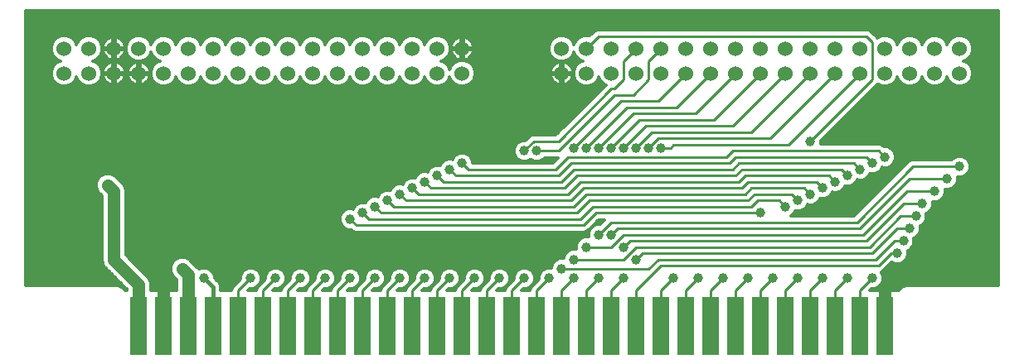
<source format=gbl>
G75*
G70*
%OFA0B0*%
%FSLAX24Y24*%
%IPPOS*%
%LPD*%
%AMOC8*
5,1,8,0,0,1.08239X$1,22.5*
%
%ADD10C,0.0600*%
%ADD11R,0.0650X0.2350*%
%ADD12C,0.0100*%
%ADD13C,0.0396*%
%ADD14C,0.0120*%
%ADD15C,0.2500*%
%ADD16C,0.0500*%
%ADD17C,0.0160*%
D10*
X002160Y012100D03*
X003160Y012100D03*
X004160Y012100D03*
X005160Y012100D03*
X006160Y012100D03*
X007160Y012100D03*
X008160Y012100D03*
X009160Y012100D03*
X010160Y012100D03*
X011160Y012100D03*
X012160Y012100D03*
X013160Y012100D03*
X014160Y012100D03*
X015160Y012100D03*
X016160Y012100D03*
X017160Y012100D03*
X018160Y012100D03*
X018160Y013100D03*
X017160Y013100D03*
X016160Y013100D03*
X015160Y013100D03*
X014160Y013100D03*
X013160Y013100D03*
X012160Y013100D03*
X011160Y013100D03*
X010160Y013100D03*
X009160Y013100D03*
X008160Y013100D03*
X007160Y013100D03*
X006160Y013100D03*
X005160Y013100D03*
X004160Y013100D03*
X003160Y013100D03*
X002160Y013100D03*
X022160Y013100D03*
X023160Y013100D03*
X024160Y013100D03*
X025160Y013100D03*
X026160Y013100D03*
X027160Y013100D03*
X028160Y013100D03*
X029160Y013100D03*
X030160Y013100D03*
X031160Y013100D03*
X032160Y013100D03*
X033160Y013100D03*
X034160Y013100D03*
X035160Y013100D03*
X036160Y013100D03*
X037160Y013100D03*
X038160Y013100D03*
X038160Y012100D03*
X037160Y012100D03*
X036160Y012100D03*
X035160Y012100D03*
X034160Y012100D03*
X033160Y012100D03*
X032160Y012100D03*
X031160Y012100D03*
X030160Y012100D03*
X029160Y012100D03*
X028160Y012100D03*
X027160Y012100D03*
X026160Y012100D03*
X025160Y012100D03*
X024160Y012100D03*
X023160Y012100D03*
X022160Y012100D03*
D11*
X005160Y001915D03*
X006160Y001915D03*
X007160Y001915D03*
X008160Y001915D03*
X009160Y001915D03*
X010160Y001915D03*
X011160Y001915D03*
X012160Y001915D03*
X013160Y001915D03*
X014160Y001915D03*
X015160Y001915D03*
X016160Y001915D03*
X017160Y001915D03*
X018160Y001915D03*
X019160Y001915D03*
X020160Y001915D03*
X021160Y001915D03*
X022160Y001915D03*
X023160Y001915D03*
X024160Y001915D03*
X025160Y001915D03*
X026160Y001915D03*
X027160Y001915D03*
X028160Y001915D03*
X029160Y001915D03*
X030160Y001915D03*
X031160Y001915D03*
X032160Y001915D03*
X033160Y001915D03*
X034160Y001915D03*
X035160Y001915D03*
D12*
X034160Y001915D02*
X034160Y003350D01*
X034660Y003850D01*
X033660Y003850D02*
X033160Y003350D01*
X033160Y001915D01*
X032160Y001915D02*
X032160Y003350D01*
X032660Y003850D01*
X031660Y003850D02*
X031160Y003350D01*
X031160Y001915D01*
X030160Y001915D02*
X030160Y003350D01*
X030660Y003850D01*
X029660Y003850D02*
X029160Y003350D01*
X029160Y001915D01*
X028160Y001915D02*
X028160Y003350D01*
X028660Y003850D01*
X027660Y003850D02*
X027160Y003350D01*
X027160Y001915D01*
X026160Y001915D02*
X026160Y003350D01*
X026660Y003850D01*
X026160Y004350D02*
X025160Y003350D01*
X025160Y001915D01*
X024160Y001915D02*
X024160Y003350D01*
X024660Y003850D01*
X025660Y004225D02*
X022160Y004225D01*
X021660Y003850D02*
X021160Y003350D01*
X021160Y001915D01*
X020160Y001915D02*
X020160Y003350D01*
X020660Y003850D01*
X019660Y003850D02*
X019160Y003350D01*
X019160Y001915D01*
X018160Y001915D02*
X018160Y003350D01*
X018660Y003850D01*
X017660Y003850D02*
X017160Y003350D01*
X017160Y001915D01*
X016160Y001915D02*
X016160Y003350D01*
X016660Y003850D01*
X015660Y003850D02*
X015160Y003350D01*
X015160Y001915D01*
X014160Y001915D02*
X014160Y003350D01*
X014660Y003850D01*
X013660Y003850D02*
X013160Y003350D01*
X013160Y001915D01*
X012160Y001915D02*
X012160Y003350D01*
X012660Y003850D01*
X011660Y003850D02*
X011160Y003350D01*
X011160Y001915D01*
X010160Y001915D02*
X010160Y003350D01*
X010660Y003850D01*
X009660Y003850D02*
X009160Y003350D01*
X009160Y001915D01*
X013660Y006225D02*
X013910Y005975D01*
X023035Y005975D01*
X023535Y006475D01*
X030160Y006475D01*
X029785Y006725D02*
X023410Y006725D01*
X022910Y006225D01*
X014410Y006225D01*
X014160Y006475D01*
X014660Y006725D02*
X014910Y006475D01*
X022785Y006475D01*
X023285Y006975D01*
X029660Y006975D01*
X029910Y007225D01*
X031410Y007225D01*
X031660Y006975D01*
X031160Y006725D02*
X030910Y006975D01*
X030035Y006975D01*
X029785Y006725D01*
X029535Y007225D02*
X023160Y007225D01*
X022660Y006725D01*
X015410Y006725D01*
X015160Y006975D01*
X015660Y007225D02*
X015910Y006975D01*
X022535Y006975D01*
X023035Y007475D01*
X029410Y007475D01*
X029660Y007725D01*
X032410Y007725D01*
X032660Y007475D01*
X033160Y007725D02*
X032910Y007975D01*
X029535Y007975D01*
X029285Y007725D01*
X022910Y007725D01*
X022410Y007225D01*
X016410Y007225D01*
X016160Y007475D01*
X016660Y007725D02*
X016910Y007475D01*
X022285Y007475D01*
X022785Y007975D01*
X029160Y007975D01*
X029410Y008225D01*
X033410Y008225D01*
X033660Y007975D01*
X034160Y008225D02*
X033910Y008475D01*
X029285Y008475D01*
X029035Y008225D01*
X022660Y008225D01*
X022160Y007725D01*
X017410Y007725D01*
X017160Y007975D01*
X017660Y008225D02*
X017910Y007975D01*
X022035Y007975D01*
X022535Y008475D01*
X028910Y008475D01*
X029160Y008725D01*
X034410Y008725D01*
X034660Y008475D01*
X035160Y008725D02*
X034910Y008975D01*
X029035Y008975D01*
X028785Y008725D01*
X022410Y008725D01*
X021910Y008225D01*
X018410Y008225D01*
X018160Y008475D01*
X020660Y008975D02*
X021035Y009350D01*
X022035Y009350D01*
X024160Y011475D01*
X024285Y011475D01*
X024660Y011850D01*
X024660Y012600D01*
X025160Y013100D01*
X025660Y012600D02*
X026160Y013100D01*
X025660Y012600D02*
X025660Y011850D01*
X025035Y011225D01*
X024285Y011225D01*
X022035Y008975D01*
X021160Y008975D01*
X022660Y009100D02*
X024535Y010975D01*
X026035Y010975D01*
X027160Y012100D01*
X028160Y012100D02*
X026785Y010725D01*
X024785Y010725D01*
X023160Y009100D01*
X023660Y009100D02*
X025035Y010475D01*
X027535Y010475D01*
X029160Y012100D01*
X030160Y012100D02*
X028285Y010225D01*
X025285Y010225D01*
X024160Y009100D01*
X024660Y009100D02*
X025535Y009975D01*
X029035Y009975D01*
X031160Y012100D01*
X032160Y012100D02*
X029785Y009725D01*
X025785Y009725D01*
X025160Y009100D01*
X025660Y009100D02*
X026035Y009475D01*
X030535Y009475D01*
X033160Y012100D01*
X034160Y012100D02*
X031285Y009225D01*
X026660Y009225D01*
X026535Y009100D01*
X026160Y009100D01*
X029535Y007225D02*
X029785Y007475D01*
X031910Y007475D01*
X032160Y007225D01*
X034035Y006100D02*
X024160Y006100D01*
X023660Y005600D01*
X024160Y005600D02*
X024410Y005850D01*
X034160Y005850D01*
X036160Y007850D01*
X037660Y007850D01*
X037160Y007350D02*
X036035Y007350D01*
X034285Y005600D01*
X024660Y005600D01*
X024160Y005100D01*
X023160Y005100D01*
X022660Y004600D02*
X024660Y004600D01*
X025160Y005100D01*
X034535Y005100D01*
X035785Y006350D01*
X036410Y006350D01*
X036160Y005850D02*
X035660Y005850D01*
X034660Y004850D01*
X025410Y004850D01*
X025160Y004600D01*
X025660Y004225D02*
X026035Y004600D01*
X034785Y004600D01*
X035535Y005350D01*
X035910Y005350D01*
X035660Y004850D02*
X035410Y004850D01*
X034910Y004350D01*
X026160Y004350D01*
X024910Y005350D02*
X024660Y005100D01*
X024910Y005350D02*
X034410Y005350D01*
X035910Y006850D01*
X036660Y006850D01*
X036285Y008350D02*
X034035Y006100D01*
X036285Y008350D02*
X038160Y008350D01*
X034660Y011850D02*
X032160Y009350D01*
X034660Y011850D02*
X034660Y013350D01*
X034410Y013600D01*
X023660Y013600D01*
X023160Y013100D01*
X022660Y003850D02*
X022160Y003350D01*
X022160Y001915D01*
X023160Y001915D02*
X023160Y003350D01*
X023660Y003850D01*
D13*
X023660Y003850D03*
X022660Y003850D03*
X022160Y004225D03*
X021660Y003850D03*
X020660Y003850D03*
X019660Y003850D03*
X018660Y003850D03*
X017660Y003850D03*
X016660Y003850D03*
X015660Y003850D03*
X014660Y003850D03*
X013660Y003850D03*
X012660Y003850D03*
X011660Y003850D03*
X010660Y003850D03*
X009660Y003850D03*
X007785Y003850D03*
X007160Y003975D03*
X006910Y004225D03*
X006160Y003975D03*
X005910Y004225D03*
X006160Y003600D03*
X007160Y003600D03*
X003910Y003850D03*
X004160Y007350D03*
X003910Y007600D03*
X004910Y008600D03*
X001160Y011100D03*
X002660Y014100D03*
X017660Y008225D03*
X017160Y007975D03*
X016660Y007725D03*
X016160Y007475D03*
X015660Y007225D03*
X015160Y006975D03*
X014660Y006725D03*
X014160Y006475D03*
X013660Y006225D03*
X014660Y004975D03*
X015160Y004975D03*
X022660Y004600D03*
X023160Y005100D03*
X023660Y005600D03*
X024160Y005600D03*
X024660Y005100D03*
X025160Y004600D03*
X024660Y003850D03*
X026660Y003850D03*
X027660Y003850D03*
X028660Y003850D03*
X029660Y003850D03*
X030660Y003850D03*
X031660Y003850D03*
X032660Y003850D03*
X033660Y003850D03*
X034660Y003850D03*
X035660Y003850D03*
X036035Y003850D03*
X035660Y004850D03*
X035910Y005350D03*
X036160Y005850D03*
X036410Y006350D03*
X036660Y006850D03*
X037160Y007350D03*
X037660Y007850D03*
X038160Y008350D03*
X035160Y008725D03*
X034660Y008475D03*
X034160Y008225D03*
X033660Y007975D03*
X033160Y007725D03*
X032660Y007475D03*
X032160Y007225D03*
X031660Y006975D03*
X031160Y006725D03*
X030160Y006475D03*
X026160Y009100D03*
X025660Y009100D03*
X025160Y009100D03*
X024660Y009100D03*
X024160Y009100D03*
X023660Y009100D03*
X023160Y009100D03*
X022660Y009100D03*
X021160Y008975D03*
X020660Y008975D03*
X019160Y008975D03*
X018160Y008475D03*
X032160Y009350D03*
X039160Y011100D03*
X036660Y014100D03*
X029660Y014100D03*
X022660Y014100D03*
D14*
X023288Y013610D02*
X023507Y013829D01*
X023606Y013870D01*
X034464Y013870D01*
X034563Y013829D01*
X034813Y013579D01*
X034858Y013534D01*
X034865Y013541D01*
X035057Y013620D01*
X035263Y013620D01*
X035455Y013541D01*
X035601Y013395D01*
X035660Y013252D01*
X035719Y013395D01*
X035865Y013541D01*
X036057Y013620D01*
X036263Y013620D01*
X036455Y013541D01*
X036601Y013395D01*
X036660Y013252D01*
X036719Y013395D01*
X036865Y013541D01*
X037057Y013620D01*
X037263Y013620D01*
X037455Y013541D01*
X037601Y013395D01*
X037660Y013252D01*
X037719Y013395D01*
X037865Y013541D01*
X038057Y013620D01*
X038263Y013620D01*
X038455Y013541D01*
X038601Y013395D01*
X038680Y013203D01*
X038680Y012997D01*
X038601Y012805D01*
X038455Y012659D01*
X038312Y012600D01*
X038455Y012541D01*
X038601Y012395D01*
X038680Y012203D01*
X038680Y011997D01*
X038601Y011805D01*
X038455Y011659D01*
X038263Y011580D01*
X038057Y011580D01*
X037865Y011659D01*
X037719Y011805D01*
X037660Y011948D01*
X037601Y011805D01*
X037455Y011659D01*
X037263Y011580D01*
X037057Y011580D01*
X036865Y011659D01*
X036719Y011805D01*
X036660Y011948D01*
X036601Y011805D01*
X036455Y011659D01*
X036263Y011580D01*
X036057Y011580D01*
X035865Y011659D01*
X035719Y011805D01*
X035660Y011948D01*
X035601Y011805D01*
X035455Y011659D01*
X035263Y011580D01*
X035057Y011580D01*
X034865Y011659D01*
X034858Y011666D01*
X032578Y009386D01*
X032578Y009267D01*
X032569Y009245D01*
X034964Y009245D01*
X035063Y009204D01*
X035124Y009143D01*
X035243Y009143D01*
X035397Y009079D01*
X035514Y008962D01*
X035578Y008808D01*
X035578Y008642D01*
X035514Y008488D01*
X035397Y008371D01*
X035243Y008307D01*
X035077Y008307D01*
X035048Y008319D01*
X035014Y008238D01*
X034897Y008121D01*
X034743Y008057D01*
X034577Y008057D01*
X034548Y008069D01*
X034514Y007988D01*
X034397Y007871D01*
X034243Y007807D01*
X034077Y007807D01*
X034048Y007819D01*
X034014Y007738D01*
X033897Y007621D01*
X033743Y007557D01*
X033577Y007557D01*
X033548Y007569D01*
X033514Y007488D01*
X033397Y007371D01*
X033243Y007307D01*
X033077Y007307D01*
X033048Y007319D01*
X033014Y007238D01*
X032897Y007121D01*
X032743Y007057D01*
X032577Y007057D01*
X032548Y007069D01*
X032514Y006988D01*
X032397Y006871D01*
X032243Y006807D01*
X032077Y006807D01*
X032048Y006819D01*
X032014Y006738D01*
X031897Y006621D01*
X031743Y006557D01*
X031577Y006557D01*
X031548Y006569D01*
X031514Y006488D01*
X031397Y006371D01*
X031396Y006370D01*
X033923Y006370D01*
X036132Y008579D01*
X036231Y008620D01*
X037839Y008620D01*
X037923Y008704D01*
X038077Y008768D01*
X038243Y008768D01*
X038397Y008704D01*
X038514Y008587D01*
X038578Y008433D01*
X038578Y008267D01*
X038514Y008113D01*
X038397Y007996D01*
X038243Y007932D01*
X038078Y007932D01*
X038078Y007767D01*
X038014Y007613D01*
X037897Y007496D01*
X037743Y007432D01*
X037578Y007432D01*
X037578Y007267D01*
X037514Y007113D01*
X037397Y006996D01*
X037243Y006932D01*
X037078Y006932D01*
X037078Y006767D01*
X037014Y006613D01*
X036897Y006496D01*
X036816Y006462D01*
X036828Y006433D01*
X036828Y006267D01*
X036764Y006113D01*
X036647Y005996D01*
X036566Y005962D01*
X036578Y005933D01*
X036578Y005767D01*
X036514Y005613D01*
X036397Y005496D01*
X036316Y005462D01*
X036328Y005433D01*
X036328Y005267D01*
X036264Y005113D01*
X036147Y004996D01*
X036066Y004962D01*
X036078Y004933D01*
X036078Y004767D01*
X036014Y004613D01*
X035897Y004496D01*
X035743Y004432D01*
X035577Y004432D01*
X035433Y004491D01*
X035063Y004121D01*
X035004Y004097D01*
X035014Y004087D01*
X035078Y003933D01*
X035078Y003767D01*
X035014Y003613D01*
X034897Y003496D01*
X034743Y003432D01*
X034624Y003432D01*
X034542Y003350D01*
X035696Y003350D01*
X035700Y003361D01*
X035829Y003490D01*
X035998Y003560D01*
X039700Y003560D01*
X039700Y014640D01*
X000620Y014640D01*
X000620Y003560D01*
X004321Y003560D01*
X004491Y003490D01*
X004620Y003361D01*
X004624Y003350D01*
X004690Y003350D01*
X004690Y003405D01*
X003762Y004334D01*
X003690Y004507D01*
X003690Y007155D01*
X003512Y007334D01*
X003440Y007507D01*
X003440Y007693D01*
X003512Y007866D01*
X003644Y007998D01*
X003817Y008070D01*
X004003Y008070D01*
X004176Y007998D01*
X004558Y007616D01*
X004630Y007443D01*
X004630Y004795D01*
X005426Y003998D01*
X005558Y003866D01*
X005630Y003693D01*
X005630Y003350D01*
X006690Y003350D01*
X006690Y003507D01*
X006690Y003780D01*
X006512Y003959D01*
X006440Y004132D01*
X006440Y004318D01*
X006512Y004491D01*
X006644Y004623D01*
X006817Y004695D01*
X007003Y004695D01*
X007176Y004623D01*
X007426Y004373D01*
X007558Y004241D01*
X007570Y004213D01*
X007702Y004268D01*
X007868Y004268D01*
X008022Y004204D01*
X008139Y004087D01*
X008203Y003933D01*
X008203Y003856D01*
X008414Y003645D01*
X008460Y003535D01*
X008460Y003350D01*
X008890Y003350D01*
X008890Y003404D01*
X008931Y003503D01*
X009242Y003814D01*
X009242Y003933D01*
X009306Y004087D01*
X009423Y004204D01*
X009577Y004268D01*
X009743Y004268D01*
X009897Y004204D01*
X010014Y004087D01*
X010078Y003933D01*
X010078Y003767D01*
X010014Y003613D01*
X009897Y003496D01*
X009743Y003432D01*
X009624Y003432D01*
X009542Y003350D01*
X009890Y003350D01*
X009890Y003404D01*
X009931Y003503D01*
X010242Y003814D01*
X010242Y003933D01*
X010306Y004087D01*
X010423Y004204D01*
X010577Y004268D01*
X010743Y004268D01*
X010897Y004204D01*
X011014Y004087D01*
X011078Y003933D01*
X011078Y003767D01*
X011014Y003613D01*
X010897Y003496D01*
X010743Y003432D01*
X010624Y003432D01*
X010542Y003350D01*
X010890Y003350D01*
X010890Y003404D01*
X010931Y003503D01*
X011242Y003814D01*
X011242Y003933D01*
X011306Y004087D01*
X011423Y004204D01*
X011577Y004268D01*
X011743Y004268D01*
X011897Y004204D01*
X012014Y004087D01*
X012078Y003933D01*
X012078Y003767D01*
X012014Y003613D01*
X011897Y003496D01*
X011743Y003432D01*
X011624Y003432D01*
X011542Y003350D01*
X011890Y003350D01*
X011890Y003404D01*
X011931Y003503D01*
X012242Y003814D01*
X012242Y003933D01*
X012306Y004087D01*
X012423Y004204D01*
X012577Y004268D01*
X012743Y004268D01*
X012897Y004204D01*
X013014Y004087D01*
X013078Y003933D01*
X013078Y003767D01*
X013014Y003613D01*
X012897Y003496D01*
X012743Y003432D01*
X012624Y003432D01*
X012542Y003350D01*
X012890Y003350D01*
X012890Y003404D01*
X012931Y003503D01*
X013242Y003814D01*
X013242Y003933D01*
X013306Y004087D01*
X013423Y004204D01*
X013577Y004268D01*
X013743Y004268D01*
X013897Y004204D01*
X014014Y004087D01*
X014078Y003933D01*
X014078Y003767D01*
X014014Y003613D01*
X013897Y003496D01*
X013743Y003432D01*
X013624Y003432D01*
X013542Y003350D01*
X013890Y003350D01*
X013890Y003404D01*
X013931Y003503D01*
X014242Y003814D01*
X014242Y003933D01*
X014306Y004087D01*
X014423Y004204D01*
X014577Y004268D01*
X014743Y004268D01*
X014897Y004204D01*
X015014Y004087D01*
X015078Y003933D01*
X015078Y003767D01*
X015014Y003613D01*
X014897Y003496D01*
X014743Y003432D01*
X014624Y003432D01*
X014542Y003350D01*
X014890Y003350D01*
X014890Y003404D01*
X014931Y003503D01*
X015242Y003814D01*
X015242Y003933D01*
X015306Y004087D01*
X015423Y004204D01*
X015577Y004268D01*
X015743Y004268D01*
X015897Y004204D01*
X016014Y004087D01*
X016078Y003933D01*
X016078Y003767D01*
X016014Y003613D01*
X015897Y003496D01*
X015743Y003432D01*
X015624Y003432D01*
X015542Y003350D01*
X015890Y003350D01*
X015890Y003404D01*
X015931Y003503D01*
X016242Y003814D01*
X016242Y003933D01*
X016306Y004087D01*
X016423Y004204D01*
X016577Y004268D01*
X016743Y004268D01*
X016897Y004204D01*
X017014Y004087D01*
X017078Y003933D01*
X017078Y003767D01*
X017014Y003613D01*
X016897Y003496D01*
X016743Y003432D01*
X016624Y003432D01*
X016542Y003350D01*
X016890Y003350D01*
X016890Y003404D01*
X016931Y003503D01*
X017242Y003814D01*
X017242Y003933D01*
X017306Y004087D01*
X017423Y004204D01*
X017577Y004268D01*
X017743Y004268D01*
X017897Y004204D01*
X018014Y004087D01*
X018078Y003933D01*
X018078Y003767D01*
X018014Y003613D01*
X017897Y003496D01*
X017743Y003432D01*
X017624Y003432D01*
X017542Y003350D01*
X017890Y003350D01*
X017890Y003404D01*
X017931Y003503D01*
X018242Y003814D01*
X018242Y003933D01*
X018306Y004087D01*
X018423Y004204D01*
X018577Y004268D01*
X018743Y004268D01*
X018897Y004204D01*
X019014Y004087D01*
X019078Y003933D01*
X019078Y003767D01*
X019014Y003613D01*
X018897Y003496D01*
X018743Y003432D01*
X018624Y003432D01*
X018542Y003350D01*
X018890Y003350D01*
X018890Y003404D01*
X018931Y003503D01*
X019242Y003814D01*
X019242Y003933D01*
X019306Y004087D01*
X019423Y004204D01*
X019577Y004268D01*
X019743Y004268D01*
X019897Y004204D01*
X020014Y004087D01*
X020078Y003933D01*
X020078Y003767D01*
X020014Y003613D01*
X019897Y003496D01*
X019743Y003432D01*
X019624Y003432D01*
X019542Y003350D01*
X019890Y003350D01*
X019890Y003404D01*
X019931Y003503D01*
X020242Y003814D01*
X020242Y003933D01*
X020306Y004087D01*
X020423Y004204D01*
X020577Y004268D01*
X020743Y004268D01*
X020897Y004204D01*
X021014Y004087D01*
X021078Y003933D01*
X021078Y003767D01*
X021014Y003613D01*
X020897Y003496D01*
X020743Y003432D01*
X020624Y003432D01*
X020542Y003350D01*
X020890Y003350D01*
X020890Y003404D01*
X020931Y003503D01*
X021242Y003814D01*
X021242Y003933D01*
X021306Y004087D01*
X021423Y004204D01*
X021577Y004268D01*
X021742Y004268D01*
X021742Y004308D01*
X021806Y004462D01*
X021923Y004579D01*
X022077Y004643D01*
X022242Y004643D01*
X022242Y004683D01*
X022306Y004837D01*
X022423Y004954D01*
X022577Y005018D01*
X022742Y005018D01*
X022742Y005183D01*
X022806Y005337D01*
X022923Y005454D01*
X023077Y005518D01*
X023242Y005518D01*
X023242Y005683D01*
X023306Y005837D01*
X023423Y005954D01*
X023577Y006018D01*
X023696Y006018D01*
X023883Y006205D01*
X023647Y006205D01*
X023264Y005822D01*
X023188Y005746D01*
X023089Y005705D01*
X013856Y005705D01*
X013757Y005746D01*
X013696Y005807D01*
X013577Y005807D01*
X013423Y005871D01*
X013306Y005988D01*
X013242Y006142D01*
X013242Y006308D01*
X013306Y006462D01*
X013423Y006579D01*
X013577Y006643D01*
X013743Y006643D01*
X013772Y006631D01*
X013806Y006712D01*
X013923Y006829D01*
X014077Y006893D01*
X014243Y006893D01*
X014272Y006881D01*
X014306Y006962D01*
X014423Y007079D01*
X014577Y007143D01*
X014743Y007143D01*
X014772Y007131D01*
X014806Y007212D01*
X014923Y007329D01*
X015077Y007393D01*
X015243Y007393D01*
X015272Y007381D01*
X015306Y007462D01*
X015423Y007579D01*
X015577Y007643D01*
X015743Y007643D01*
X015772Y007631D01*
X015806Y007712D01*
X015923Y007829D01*
X016077Y007893D01*
X016243Y007893D01*
X016272Y007881D01*
X016306Y007962D01*
X016423Y008079D01*
X016577Y008143D01*
X016743Y008143D01*
X016772Y008131D01*
X016806Y008212D01*
X016923Y008329D01*
X017077Y008393D01*
X017243Y008393D01*
X017272Y008381D01*
X017306Y008462D01*
X017423Y008579D01*
X017577Y008643D01*
X017743Y008643D01*
X017772Y008631D01*
X017806Y008712D01*
X017923Y008829D01*
X018077Y008893D01*
X018243Y008893D01*
X018397Y008829D01*
X018514Y008712D01*
X018578Y008558D01*
X018578Y008495D01*
X021798Y008495D01*
X022008Y008705D01*
X021481Y008705D01*
X021397Y008621D01*
X021243Y008557D01*
X021077Y008557D01*
X020923Y008621D01*
X020910Y008634D01*
X020897Y008621D01*
X020743Y008557D01*
X020577Y008557D01*
X020423Y008621D01*
X020306Y008738D01*
X020242Y008892D01*
X020242Y009058D01*
X020306Y009212D01*
X020423Y009329D01*
X020577Y009393D01*
X020696Y009393D01*
X020806Y009503D01*
X020882Y009579D01*
X020981Y009620D01*
X021923Y009620D01*
X023931Y011628D01*
X023934Y011631D01*
X023865Y011659D01*
X023719Y011805D01*
X023660Y011948D01*
X023601Y011805D01*
X023455Y011659D01*
X023263Y011580D01*
X023057Y011580D01*
X022865Y011659D01*
X022719Y011805D01*
X022640Y011997D01*
X022640Y012203D01*
X022719Y012395D01*
X022865Y012541D01*
X023008Y012600D01*
X022865Y012659D01*
X022719Y012805D01*
X022660Y012948D01*
X022601Y012805D01*
X022455Y012659D01*
X022263Y012580D01*
X022057Y012580D01*
X021865Y012659D01*
X021719Y012805D01*
X021640Y012997D01*
X021640Y013203D01*
X021719Y013395D01*
X021865Y013541D01*
X022057Y013620D01*
X022263Y013620D01*
X022455Y013541D01*
X022601Y013395D01*
X022660Y013252D01*
X022719Y013395D01*
X022865Y013541D01*
X023057Y013620D01*
X023263Y013620D01*
X023288Y013610D01*
X023406Y013728D02*
X000620Y013728D01*
X000620Y013846D02*
X023548Y013846D01*
X023030Y013609D02*
X022290Y013609D01*
X022505Y013491D02*
X022815Y013491D01*
X022710Y013372D02*
X022610Y013372D01*
X022659Y013254D02*
X022661Y013254D01*
X022639Y012898D02*
X022681Y012898D01*
X022745Y012780D02*
X022575Y012780D01*
X022456Y012661D02*
X022864Y012661D01*
X022870Y012543D02*
X022287Y012543D01*
X022268Y012549D02*
X022200Y012559D01*
X022200Y012140D01*
X022619Y012140D01*
X022609Y012208D01*
X022586Y012277D01*
X022553Y012341D01*
X022511Y012400D01*
X022460Y012451D01*
X022401Y012493D01*
X022337Y012526D01*
X022268Y012549D01*
X022200Y012543D02*
X022120Y012543D01*
X022120Y012559D02*
X022052Y012549D01*
X021983Y012526D01*
X021919Y012493D01*
X021860Y012451D01*
X021809Y012400D01*
X021767Y012341D01*
X021734Y012277D01*
X021711Y012208D01*
X021701Y012140D01*
X022120Y012140D01*
X022120Y012559D01*
X022033Y012543D02*
X018450Y012543D01*
X018455Y012541D02*
X018263Y012620D01*
X018057Y012620D01*
X017865Y012541D01*
X017719Y012395D01*
X017660Y012252D01*
X017601Y012395D01*
X017455Y012541D01*
X017312Y012600D01*
X017455Y012659D01*
X017601Y012805D01*
X017680Y012997D01*
X017680Y013203D01*
X017601Y013395D01*
X017455Y013541D01*
X017263Y013620D01*
X017057Y013620D01*
X016865Y013541D01*
X016719Y013395D01*
X016660Y013252D01*
X016601Y013395D01*
X016455Y013541D01*
X016263Y013620D01*
X016057Y013620D01*
X015865Y013541D01*
X015719Y013395D01*
X015660Y013252D01*
X015601Y013395D01*
X015455Y013541D01*
X015263Y013620D01*
X015057Y013620D01*
X014865Y013541D01*
X014719Y013395D01*
X014660Y013252D01*
X014601Y013395D01*
X014455Y013541D01*
X014263Y013620D01*
X014057Y013620D01*
X013865Y013541D01*
X013719Y013395D01*
X013660Y013252D01*
X013601Y013395D01*
X013455Y013541D01*
X013263Y013620D01*
X013057Y013620D01*
X012865Y013541D01*
X012719Y013395D01*
X012660Y013252D01*
X012601Y013395D01*
X012455Y013541D01*
X012263Y013620D01*
X012057Y013620D01*
X011865Y013541D01*
X011719Y013395D01*
X011660Y013252D01*
X011601Y013395D01*
X011455Y013541D01*
X011263Y013620D01*
X011057Y013620D01*
X010865Y013541D01*
X010719Y013395D01*
X010660Y013252D01*
X010601Y013395D01*
X010455Y013541D01*
X010263Y013620D01*
X010057Y013620D01*
X009865Y013541D01*
X009719Y013395D01*
X009660Y013252D01*
X009601Y013395D01*
X009455Y013541D01*
X009263Y013620D01*
X009057Y013620D01*
X008865Y013541D01*
X008719Y013395D01*
X008660Y013252D01*
X008601Y013395D01*
X008455Y013541D01*
X008263Y013620D01*
X008057Y013620D01*
X007865Y013541D01*
X007719Y013395D01*
X007660Y013252D01*
X007601Y013395D01*
X007455Y013541D01*
X007263Y013620D01*
X007057Y013620D01*
X006865Y013541D01*
X006719Y013395D01*
X006660Y013252D01*
X006601Y013395D01*
X006455Y013541D01*
X006263Y013620D01*
X006057Y013620D01*
X005865Y013541D01*
X005719Y013395D01*
X005660Y013252D01*
X005601Y013395D01*
X005455Y013541D01*
X005263Y013620D01*
X005057Y013620D01*
X004865Y013541D01*
X004719Y013395D01*
X004640Y013203D01*
X004640Y012997D01*
X004719Y012805D01*
X004865Y012659D01*
X005057Y012580D01*
X005263Y012580D01*
X005455Y012659D01*
X005601Y012805D01*
X005660Y012948D01*
X005719Y012805D01*
X005865Y012659D01*
X006008Y012600D01*
X005865Y012541D01*
X005719Y012395D01*
X005640Y012203D01*
X005640Y011997D01*
X005719Y011805D01*
X005865Y011659D01*
X006057Y011580D01*
X006263Y011580D01*
X006455Y011659D01*
X006601Y011805D01*
X006660Y011948D01*
X006719Y011805D01*
X006865Y011659D01*
X007057Y011580D01*
X007263Y011580D01*
X007455Y011659D01*
X007601Y011805D01*
X007660Y011948D01*
X007719Y011805D01*
X007865Y011659D01*
X008057Y011580D01*
X008263Y011580D01*
X008455Y011659D01*
X008601Y011805D01*
X008660Y011948D01*
X008719Y011805D01*
X008865Y011659D01*
X009057Y011580D01*
X009263Y011580D01*
X009455Y011659D01*
X009601Y011805D01*
X009660Y011948D01*
X009719Y011805D01*
X009865Y011659D01*
X010057Y011580D01*
X010263Y011580D01*
X010455Y011659D01*
X010601Y011805D01*
X010660Y011948D01*
X010719Y011805D01*
X010865Y011659D01*
X011057Y011580D01*
X011263Y011580D01*
X011455Y011659D01*
X011601Y011805D01*
X011660Y011948D01*
X011719Y011805D01*
X011865Y011659D01*
X012057Y011580D01*
X012263Y011580D01*
X012455Y011659D01*
X012601Y011805D01*
X012660Y011948D01*
X012719Y011805D01*
X012865Y011659D01*
X013057Y011580D01*
X013263Y011580D01*
X013455Y011659D01*
X013601Y011805D01*
X013660Y011948D01*
X013719Y011805D01*
X013865Y011659D01*
X014057Y011580D01*
X014263Y011580D01*
X014455Y011659D01*
X014601Y011805D01*
X014660Y011948D01*
X014719Y011805D01*
X014865Y011659D01*
X015057Y011580D01*
X015263Y011580D01*
X015455Y011659D01*
X015601Y011805D01*
X015660Y011948D01*
X015719Y011805D01*
X015865Y011659D01*
X016057Y011580D01*
X016263Y011580D01*
X016455Y011659D01*
X016601Y011805D01*
X016660Y011948D01*
X016719Y011805D01*
X016865Y011659D01*
X017057Y011580D01*
X017263Y011580D01*
X017455Y011659D01*
X017601Y011805D01*
X017660Y011948D01*
X017719Y011805D01*
X017865Y011659D01*
X018057Y011580D01*
X018263Y011580D01*
X018455Y011659D01*
X018601Y011805D01*
X018680Y011997D01*
X018680Y012203D01*
X018601Y012395D01*
X018455Y012541D01*
X018571Y012424D02*
X021833Y012424D01*
X021748Y012306D02*
X018638Y012306D01*
X018680Y012187D02*
X021708Y012187D01*
X021701Y012060D02*
X021711Y011992D01*
X021734Y011923D01*
X021767Y011859D01*
X021809Y011800D01*
X021860Y011749D01*
X021919Y011707D01*
X021983Y011674D01*
X022052Y011651D01*
X022120Y011641D01*
X022120Y012060D01*
X022200Y012060D01*
X022200Y012140D01*
X022120Y012140D01*
X022120Y012060D01*
X021701Y012060D01*
X021725Y011950D02*
X018661Y011950D01*
X018680Y012069D02*
X022120Y012069D01*
X022200Y012069D02*
X022640Y012069D01*
X022619Y012060D02*
X022200Y012060D01*
X022200Y011641D01*
X022268Y011651D01*
X022337Y011674D01*
X022401Y011707D01*
X022460Y011749D01*
X022511Y011800D01*
X022553Y011859D01*
X022586Y011923D01*
X022609Y011992D01*
X022619Y012060D01*
X022595Y011950D02*
X022659Y011950D01*
X022708Y011832D02*
X022534Y011832D01*
X022410Y011713D02*
X022812Y011713D01*
X023021Y011595D02*
X018298Y011595D01*
X018508Y011713D02*
X021910Y011713D01*
X021786Y011832D02*
X018612Y011832D01*
X018021Y011595D02*
X017298Y011595D01*
X017508Y011713D02*
X017812Y011713D01*
X017708Y011832D02*
X017612Y011832D01*
X017021Y011595D02*
X016298Y011595D01*
X016508Y011713D02*
X016812Y011713D01*
X016708Y011832D02*
X016612Y011832D01*
X016021Y011595D02*
X015298Y011595D01*
X015508Y011713D02*
X015812Y011713D01*
X015708Y011832D02*
X015612Y011832D01*
X015021Y011595D02*
X014298Y011595D01*
X014508Y011713D02*
X014812Y011713D01*
X014708Y011832D02*
X014612Y011832D01*
X014021Y011595D02*
X013298Y011595D01*
X013508Y011713D02*
X013812Y011713D01*
X013708Y011832D02*
X013612Y011832D01*
X013021Y011595D02*
X012298Y011595D01*
X012508Y011713D02*
X012812Y011713D01*
X012708Y011832D02*
X012612Y011832D01*
X012021Y011595D02*
X011298Y011595D01*
X011508Y011713D02*
X011812Y011713D01*
X011708Y011832D02*
X011612Y011832D01*
X011021Y011595D02*
X010298Y011595D01*
X010508Y011713D02*
X010812Y011713D01*
X010708Y011832D02*
X010612Y011832D01*
X010021Y011595D02*
X009298Y011595D01*
X009508Y011713D02*
X009812Y011713D01*
X009708Y011832D02*
X009612Y011832D01*
X009021Y011595D02*
X008298Y011595D01*
X008508Y011713D02*
X008812Y011713D01*
X008708Y011832D02*
X008612Y011832D01*
X008021Y011595D02*
X007298Y011595D01*
X007508Y011713D02*
X007812Y011713D01*
X007708Y011832D02*
X007612Y011832D01*
X007021Y011595D02*
X006298Y011595D01*
X006508Y011713D02*
X006812Y011713D01*
X006708Y011832D02*
X006612Y011832D01*
X006021Y011595D02*
X003298Y011595D01*
X003263Y011580D02*
X003455Y011659D01*
X003601Y011805D01*
X003680Y011997D01*
X003680Y012203D01*
X003601Y012395D01*
X003455Y012541D01*
X003312Y012600D01*
X003455Y012659D01*
X003601Y012805D01*
X003680Y012997D01*
X003680Y013203D01*
X003601Y013395D01*
X003455Y013541D01*
X003263Y013620D01*
X003057Y013620D01*
X002865Y013541D01*
X002719Y013395D01*
X002660Y013252D01*
X002601Y013395D01*
X002455Y013541D01*
X002263Y013620D01*
X002057Y013620D01*
X001865Y013541D01*
X001719Y013395D01*
X001640Y013203D01*
X001640Y012997D01*
X001719Y012805D01*
X001865Y012659D01*
X002008Y012600D01*
X001865Y012541D01*
X001719Y012395D01*
X001640Y012203D01*
X001640Y011997D01*
X001719Y011805D01*
X001865Y011659D01*
X002057Y011580D01*
X002263Y011580D01*
X002455Y011659D01*
X002601Y011805D01*
X002660Y011948D01*
X002719Y011805D01*
X002865Y011659D01*
X003057Y011580D01*
X003263Y011580D01*
X003021Y011595D02*
X002298Y011595D01*
X002508Y011713D02*
X002812Y011713D01*
X002708Y011832D02*
X002612Y011832D01*
X002021Y011595D02*
X000620Y011595D01*
X000620Y011713D02*
X001812Y011713D01*
X001708Y011832D02*
X000620Y011832D01*
X000620Y011950D02*
X001659Y011950D01*
X001640Y012069D02*
X000620Y012069D01*
X000620Y012187D02*
X001640Y012187D01*
X001682Y012306D02*
X000620Y012306D01*
X000620Y012424D02*
X001749Y012424D01*
X001870Y012543D02*
X000620Y012543D01*
X000620Y012661D02*
X001864Y012661D01*
X001745Y012780D02*
X000620Y012780D01*
X000620Y012898D02*
X001681Y012898D01*
X001640Y013017D02*
X000620Y013017D01*
X000620Y013135D02*
X001640Y013135D01*
X001661Y013254D02*
X000620Y013254D01*
X000620Y013372D02*
X001710Y013372D01*
X001815Y013491D02*
X000620Y013491D01*
X000620Y013609D02*
X002030Y013609D01*
X002290Y013609D02*
X003030Y013609D01*
X002815Y013491D02*
X002505Y013491D01*
X002610Y013372D02*
X002710Y013372D01*
X002661Y013254D02*
X002659Y013254D01*
X003505Y013491D02*
X003915Y013491D01*
X003919Y013493D02*
X003860Y013451D01*
X003809Y013400D01*
X003767Y013341D01*
X003734Y013277D01*
X003711Y013208D01*
X003701Y013140D01*
X004120Y013140D01*
X004120Y013559D01*
X004052Y013549D01*
X003983Y013526D01*
X003919Y013493D01*
X003789Y013372D02*
X003610Y013372D01*
X003659Y013254D02*
X003726Y013254D01*
X003680Y013135D02*
X004120Y013135D01*
X004120Y013140D02*
X004120Y013060D01*
X004200Y013060D01*
X004200Y013140D01*
X004619Y013140D01*
X004609Y013208D01*
X004586Y013277D01*
X004553Y013341D01*
X004511Y013400D01*
X004460Y013451D01*
X004401Y013493D01*
X004337Y013526D01*
X004268Y013549D01*
X004200Y013559D01*
X004200Y013140D01*
X004120Y013140D01*
X004120Y013060D02*
X003701Y013060D01*
X003711Y012992D01*
X003734Y012923D01*
X003767Y012859D01*
X003809Y012800D01*
X003860Y012749D01*
X003919Y012707D01*
X003983Y012674D01*
X004052Y012651D01*
X004120Y012641D01*
X004120Y013060D01*
X004120Y013017D02*
X004200Y013017D01*
X004200Y013060D02*
X004200Y012641D01*
X004268Y012651D01*
X004337Y012674D01*
X004401Y012707D01*
X004460Y012749D01*
X004511Y012800D01*
X004553Y012859D01*
X004586Y012923D01*
X004609Y012992D01*
X004619Y013060D01*
X004200Y013060D01*
X004200Y013135D02*
X004640Y013135D01*
X004640Y013017D02*
X004613Y013017D01*
X004573Y012898D02*
X004681Y012898D01*
X004745Y012780D02*
X004490Y012780D01*
X004298Y012661D02*
X004864Y012661D01*
X004919Y012493D02*
X004983Y012526D01*
X005052Y012549D01*
X005120Y012559D01*
X005120Y012140D01*
X005200Y012140D01*
X005619Y012140D01*
X005609Y012208D01*
X005586Y012277D01*
X005553Y012341D01*
X005511Y012400D01*
X005460Y012451D01*
X005401Y012493D01*
X005337Y012526D01*
X005268Y012549D01*
X005200Y012559D01*
X005200Y012140D01*
X005200Y012060D01*
X005619Y012060D01*
X005609Y011992D01*
X005586Y011923D01*
X005553Y011859D01*
X005511Y011800D01*
X005460Y011749D01*
X005401Y011707D01*
X005337Y011674D01*
X005268Y011651D01*
X005200Y011641D01*
X005200Y012060D01*
X005120Y012060D01*
X005120Y011641D01*
X005052Y011651D01*
X004983Y011674D01*
X004919Y011707D01*
X004860Y011749D01*
X004809Y011800D01*
X004767Y011859D01*
X004734Y011923D01*
X004711Y011992D01*
X004701Y012060D01*
X005120Y012060D01*
X005120Y012140D01*
X004701Y012140D01*
X004711Y012208D01*
X004734Y012277D01*
X004767Y012341D01*
X004809Y012400D01*
X004860Y012451D01*
X004919Y012493D01*
X004833Y012424D02*
X004487Y012424D01*
X004511Y012400D02*
X004460Y012451D01*
X004401Y012493D01*
X004337Y012526D01*
X004268Y012549D01*
X004200Y012559D01*
X004200Y012140D01*
X004619Y012140D01*
X004609Y012208D01*
X004586Y012277D01*
X004553Y012341D01*
X004511Y012400D01*
X004572Y012306D02*
X004748Y012306D01*
X004708Y012187D02*
X004612Y012187D01*
X004619Y012060D02*
X004200Y012060D01*
X004200Y012140D01*
X004120Y012140D01*
X004120Y012559D01*
X004052Y012549D01*
X003983Y012526D01*
X003919Y012493D01*
X003860Y012451D01*
X003809Y012400D01*
X003767Y012341D01*
X003734Y012277D01*
X003711Y012208D01*
X003701Y012140D01*
X004120Y012140D01*
X004120Y012060D01*
X004200Y012060D01*
X004200Y011641D01*
X004268Y011651D01*
X004337Y011674D01*
X004401Y011707D01*
X004460Y011749D01*
X004511Y011800D01*
X004553Y011859D01*
X004586Y011923D01*
X004609Y011992D01*
X004619Y012060D01*
X004595Y011950D02*
X004725Y011950D01*
X004786Y011832D02*
X004534Y011832D01*
X004410Y011713D02*
X004910Y011713D01*
X005120Y011713D02*
X005200Y011713D01*
X005200Y011832D02*
X005120Y011832D01*
X005120Y011950D02*
X005200Y011950D01*
X005200Y012069D02*
X005640Y012069D01*
X005640Y012187D02*
X005612Y012187D01*
X005572Y012306D02*
X005682Y012306D01*
X005749Y012424D02*
X005487Y012424D01*
X005287Y012543D02*
X005870Y012543D01*
X005864Y012661D02*
X005456Y012661D01*
X005575Y012780D02*
X005745Y012780D01*
X005681Y012898D02*
X005639Y012898D01*
X005659Y013254D02*
X005661Y013254D01*
X005710Y013372D02*
X005610Y013372D01*
X005505Y013491D02*
X005815Y013491D01*
X006030Y013609D02*
X005290Y013609D01*
X005030Y013609D02*
X003290Y013609D01*
X004120Y013491D02*
X004200Y013491D01*
X004200Y013372D02*
X004120Y013372D01*
X004120Y013254D02*
X004200Y013254D01*
X004531Y013372D02*
X004710Y013372D01*
X004661Y013254D02*
X004594Y013254D01*
X004405Y013491D02*
X004815Y013491D01*
X003707Y013017D02*
X003680Y013017D01*
X003639Y012898D02*
X003747Y012898D01*
X003830Y012780D02*
X003575Y012780D01*
X003456Y012661D02*
X004022Y012661D01*
X004120Y012661D02*
X004200Y012661D01*
X004200Y012543D02*
X004120Y012543D01*
X004033Y012543D02*
X003450Y012543D01*
X003571Y012424D02*
X003833Y012424D01*
X003748Y012306D02*
X003638Y012306D01*
X003680Y012187D02*
X003708Y012187D01*
X003680Y012069D02*
X004120Y012069D01*
X004120Y012060D02*
X003701Y012060D01*
X003711Y011992D01*
X003734Y011923D01*
X003767Y011859D01*
X003809Y011800D01*
X003860Y011749D01*
X003919Y011707D01*
X003983Y011674D01*
X004052Y011651D01*
X004120Y011641D01*
X004120Y012060D01*
X004200Y012069D02*
X005120Y012069D01*
X005120Y012187D02*
X005200Y012187D01*
X005200Y012306D02*
X005120Y012306D01*
X005120Y012424D02*
X005200Y012424D01*
X005200Y012543D02*
X005120Y012543D01*
X005033Y012543D02*
X004287Y012543D01*
X004200Y012424D02*
X004120Y012424D01*
X004120Y012306D02*
X004200Y012306D01*
X004200Y012187D02*
X004120Y012187D01*
X004120Y011950D02*
X004200Y011950D01*
X004200Y011832D02*
X004120Y011832D01*
X004120Y011713D02*
X004200Y011713D01*
X003910Y011713D02*
X003508Y011713D01*
X003612Y011832D02*
X003786Y011832D01*
X003725Y011950D02*
X003661Y011950D01*
X005410Y011713D02*
X005812Y011713D01*
X005708Y011832D02*
X005534Y011832D01*
X005595Y011950D02*
X005659Y011950D01*
X004200Y012780D02*
X004120Y012780D01*
X004120Y012898D02*
X004200Y012898D01*
X006290Y013609D02*
X007030Y013609D01*
X006815Y013491D02*
X006505Y013491D01*
X006610Y013372D02*
X006710Y013372D01*
X006661Y013254D02*
X006659Y013254D01*
X007505Y013491D02*
X007815Y013491D01*
X007710Y013372D02*
X007610Y013372D01*
X007659Y013254D02*
X007661Y013254D01*
X008505Y013491D02*
X008815Y013491D01*
X008710Y013372D02*
X008610Y013372D01*
X008659Y013254D02*
X008661Y013254D01*
X009505Y013491D02*
X009815Y013491D01*
X009710Y013372D02*
X009610Y013372D01*
X009659Y013254D02*
X009661Y013254D01*
X010030Y013609D02*
X009290Y013609D01*
X009030Y013609D02*
X008290Y013609D01*
X008030Y013609D02*
X007290Y013609D01*
X010290Y013609D02*
X011030Y013609D01*
X010815Y013491D02*
X010505Y013491D01*
X010610Y013372D02*
X010710Y013372D01*
X010661Y013254D02*
X010659Y013254D01*
X011505Y013491D02*
X011815Y013491D01*
X011710Y013372D02*
X011610Y013372D01*
X011659Y013254D02*
X011661Y013254D01*
X012030Y013609D02*
X011290Y013609D01*
X012290Y013609D02*
X013030Y013609D01*
X012815Y013491D02*
X012505Y013491D01*
X012610Y013372D02*
X012710Y013372D01*
X012661Y013254D02*
X012659Y013254D01*
X013505Y013491D02*
X013815Y013491D01*
X013710Y013372D02*
X013610Y013372D01*
X013659Y013254D02*
X013661Y013254D01*
X014505Y013491D02*
X014815Y013491D01*
X014710Y013372D02*
X014610Y013372D01*
X014659Y013254D02*
X014661Y013254D01*
X015505Y013491D02*
X015815Y013491D01*
X015710Y013372D02*
X015610Y013372D01*
X015659Y013254D02*
X015661Y013254D01*
X016505Y013491D02*
X016815Y013491D01*
X016710Y013372D02*
X016610Y013372D01*
X016659Y013254D02*
X016661Y013254D01*
X017505Y013491D02*
X017915Y013491D01*
X017919Y013493D02*
X017860Y013451D01*
X017809Y013400D01*
X017767Y013341D01*
X017734Y013277D01*
X017711Y013208D01*
X017701Y013140D01*
X018120Y013140D01*
X018120Y013559D01*
X018052Y013549D01*
X017983Y013526D01*
X017919Y013493D01*
X017789Y013372D02*
X017610Y013372D01*
X017659Y013254D02*
X017726Y013254D01*
X017680Y013135D02*
X018120Y013135D01*
X018120Y013140D02*
X018120Y013060D01*
X018200Y013060D01*
X018200Y013140D01*
X018619Y013140D01*
X018609Y013208D01*
X018586Y013277D01*
X018553Y013341D01*
X018511Y013400D01*
X018460Y013451D01*
X018401Y013493D01*
X018337Y013526D01*
X018268Y013549D01*
X018200Y013559D01*
X018200Y013140D01*
X018120Y013140D01*
X018120Y013060D02*
X017701Y013060D01*
X017711Y012992D01*
X017734Y012923D01*
X017767Y012859D01*
X017809Y012800D01*
X017860Y012749D01*
X017919Y012707D01*
X017983Y012674D01*
X018052Y012651D01*
X018120Y012641D01*
X018120Y013060D01*
X018120Y013017D02*
X018200Y013017D01*
X018200Y013060D02*
X018200Y012641D01*
X018268Y012651D01*
X018337Y012674D01*
X018401Y012707D01*
X018460Y012749D01*
X018511Y012800D01*
X018553Y012859D01*
X018586Y012923D01*
X018609Y012992D01*
X018619Y013060D01*
X018200Y013060D01*
X018200Y013135D02*
X021640Y013135D01*
X021640Y013017D02*
X018613Y013017D01*
X018573Y012898D02*
X021681Y012898D01*
X021745Y012780D02*
X018490Y012780D01*
X018298Y012661D02*
X021864Y012661D01*
X022120Y012424D02*
X022200Y012424D01*
X022200Y012306D02*
X022120Y012306D01*
X022120Y012187D02*
X022200Y012187D01*
X022200Y011950D02*
X022120Y011950D01*
X022120Y011832D02*
X022200Y011832D01*
X022200Y011713D02*
X022120Y011713D01*
X022612Y012187D02*
X022640Y012187D01*
X022682Y012306D02*
X022572Y012306D01*
X022487Y012424D02*
X022749Y012424D01*
X023612Y011832D02*
X023708Y011832D01*
X023812Y011713D02*
X023508Y011713D01*
X023298Y011595D02*
X023898Y011595D01*
X023779Y011476D02*
X000620Y011476D01*
X000620Y011358D02*
X023661Y011358D01*
X023542Y011239D02*
X000620Y011239D01*
X000620Y011121D02*
X023424Y011121D01*
X023305Y011002D02*
X000620Y011002D01*
X000620Y010884D02*
X023187Y010884D01*
X023068Y010765D02*
X000620Y010765D01*
X000620Y010647D02*
X022950Y010647D01*
X022831Y010528D02*
X000620Y010528D01*
X000620Y010410D02*
X022713Y010410D01*
X022594Y010291D02*
X000620Y010291D01*
X000620Y010173D02*
X022476Y010173D01*
X022357Y010054D02*
X000620Y010054D01*
X000620Y009936D02*
X022239Y009936D01*
X022120Y009817D02*
X000620Y009817D01*
X000620Y009699D02*
X022002Y009699D01*
X020885Y009580D02*
X000620Y009580D01*
X000620Y009462D02*
X020765Y009462D01*
X020456Y009343D02*
X000620Y009343D01*
X000620Y009225D02*
X020318Y009225D01*
X020262Y009106D02*
X000620Y009106D01*
X000620Y008988D02*
X020242Y008988D01*
X020251Y008869D02*
X018301Y008869D01*
X018476Y008751D02*
X020300Y008751D01*
X020412Y008632D02*
X018548Y008632D01*
X018578Y008514D02*
X021817Y008514D01*
X021935Y008632D02*
X021408Y008632D01*
X020912Y008632D02*
X020908Y008632D01*
X018019Y008869D02*
X000620Y008869D01*
X000620Y008751D02*
X017844Y008751D01*
X017772Y008632D02*
X017770Y008632D01*
X017550Y008632D02*
X000620Y008632D01*
X000620Y008514D02*
X017357Y008514D01*
X017278Y008395D02*
X000620Y008395D01*
X000620Y008277D02*
X016870Y008277D01*
X016783Y008158D02*
X000620Y008158D01*
X000620Y008040D02*
X003743Y008040D01*
X003566Y007921D02*
X000620Y007921D01*
X000620Y007803D02*
X003485Y007803D01*
X003440Y007684D02*
X000620Y007684D01*
X000620Y007566D02*
X003440Y007566D01*
X003465Y007447D02*
X000620Y007447D01*
X000620Y007329D02*
X003517Y007329D01*
X003635Y007210D02*
X000620Y007210D01*
X000620Y007092D02*
X003690Y007092D01*
X003690Y006973D02*
X000620Y006973D01*
X000620Y006855D02*
X003690Y006855D01*
X003690Y006736D02*
X000620Y006736D01*
X000620Y006618D02*
X003690Y006618D01*
X003690Y006499D02*
X000620Y006499D01*
X000620Y006381D02*
X003690Y006381D01*
X003690Y006262D02*
X000620Y006262D01*
X000620Y006144D02*
X003690Y006144D01*
X003690Y006025D02*
X000620Y006025D01*
X000620Y005907D02*
X003690Y005907D01*
X003690Y005788D02*
X000620Y005788D01*
X000620Y005670D02*
X003690Y005670D01*
X003690Y005551D02*
X000620Y005551D01*
X000620Y005433D02*
X003690Y005433D01*
X003690Y005314D02*
X000620Y005314D01*
X000620Y005196D02*
X003690Y005196D01*
X003690Y005077D02*
X000620Y005077D01*
X000620Y004959D02*
X003690Y004959D01*
X003690Y004840D02*
X000620Y004840D01*
X000620Y004722D02*
X003690Y004722D01*
X003690Y004603D02*
X000620Y004603D01*
X000620Y004485D02*
X003699Y004485D01*
X003748Y004366D02*
X000620Y004366D01*
X000620Y004248D02*
X003848Y004248D01*
X003966Y004129D02*
X000620Y004129D01*
X000620Y004011D02*
X004085Y004011D01*
X004203Y003892D02*
X000620Y003892D01*
X000620Y003774D02*
X004322Y003774D01*
X004440Y003655D02*
X000620Y003655D01*
X004378Y003537D02*
X004559Y003537D01*
X004563Y003418D02*
X004677Y003418D01*
X005630Y003418D02*
X006690Y003418D01*
X006690Y003537D02*
X005630Y003537D01*
X005630Y003655D02*
X006690Y003655D01*
X006690Y003774D02*
X005597Y003774D01*
X005533Y003892D02*
X006578Y003892D01*
X006490Y004011D02*
X005414Y004011D01*
X005296Y004129D02*
X006441Y004129D01*
X006440Y004248D02*
X005177Y004248D01*
X005059Y004366D02*
X006460Y004366D01*
X006509Y004485D02*
X004940Y004485D01*
X004822Y004603D02*
X006623Y004603D01*
X007197Y004603D02*
X021980Y004603D01*
X021828Y004485D02*
X007315Y004485D01*
X007434Y004366D02*
X021766Y004366D01*
X021527Y004248D02*
X020793Y004248D01*
X020972Y004129D02*
X021348Y004129D01*
X021274Y004011D02*
X021046Y004011D01*
X021078Y003892D02*
X021242Y003892D01*
X021202Y003774D02*
X021078Y003774D01*
X021083Y003655D02*
X021032Y003655D01*
X020965Y003537D02*
X020938Y003537D01*
X020896Y003418D02*
X020610Y003418D01*
X020202Y003774D02*
X020078Y003774D01*
X020078Y003892D02*
X020242Y003892D01*
X020274Y004011D02*
X020046Y004011D01*
X019972Y004129D02*
X020348Y004129D01*
X020527Y004248D02*
X019793Y004248D01*
X019527Y004248D02*
X018793Y004248D01*
X018972Y004129D02*
X019348Y004129D01*
X019274Y004011D02*
X019046Y004011D01*
X019078Y003892D02*
X019242Y003892D01*
X019202Y003774D02*
X019078Y003774D01*
X019083Y003655D02*
X019032Y003655D01*
X018965Y003537D02*
X018938Y003537D01*
X018896Y003418D02*
X018610Y003418D01*
X018202Y003774D02*
X018078Y003774D01*
X018078Y003892D02*
X018242Y003892D01*
X018274Y004011D02*
X018046Y004011D01*
X017972Y004129D02*
X018348Y004129D01*
X018527Y004248D02*
X017793Y004248D01*
X017527Y004248D02*
X016793Y004248D01*
X016972Y004129D02*
X017348Y004129D01*
X017274Y004011D02*
X017046Y004011D01*
X017078Y003892D02*
X017242Y003892D01*
X017202Y003774D02*
X017078Y003774D01*
X017083Y003655D02*
X017032Y003655D01*
X016965Y003537D02*
X016938Y003537D01*
X016896Y003418D02*
X016610Y003418D01*
X016202Y003774D02*
X016078Y003774D01*
X016078Y003892D02*
X016242Y003892D01*
X016274Y004011D02*
X016046Y004011D01*
X015972Y004129D02*
X016348Y004129D01*
X016527Y004248D02*
X015793Y004248D01*
X015527Y004248D02*
X014793Y004248D01*
X014972Y004129D02*
X015348Y004129D01*
X015274Y004011D02*
X015046Y004011D01*
X015078Y003892D02*
X015242Y003892D01*
X015202Y003774D02*
X015078Y003774D01*
X015083Y003655D02*
X015032Y003655D01*
X014965Y003537D02*
X014938Y003537D01*
X014896Y003418D02*
X014610Y003418D01*
X014202Y003774D02*
X014078Y003774D01*
X014078Y003892D02*
X014242Y003892D01*
X014274Y004011D02*
X014046Y004011D01*
X013972Y004129D02*
X014348Y004129D01*
X014527Y004248D02*
X013793Y004248D01*
X013527Y004248D02*
X012793Y004248D01*
X012972Y004129D02*
X013348Y004129D01*
X013274Y004011D02*
X013046Y004011D01*
X013078Y003892D02*
X013242Y003892D01*
X013202Y003774D02*
X013078Y003774D01*
X013083Y003655D02*
X013032Y003655D01*
X012965Y003537D02*
X012938Y003537D01*
X012896Y003418D02*
X012610Y003418D01*
X012202Y003774D02*
X012078Y003774D01*
X012078Y003892D02*
X012242Y003892D01*
X012274Y004011D02*
X012046Y004011D01*
X011972Y004129D02*
X012348Y004129D01*
X012527Y004248D02*
X011793Y004248D01*
X011527Y004248D02*
X010793Y004248D01*
X010972Y004129D02*
X011348Y004129D01*
X011274Y004011D02*
X011046Y004011D01*
X011078Y003892D02*
X011242Y003892D01*
X011202Y003774D02*
X011078Y003774D01*
X011083Y003655D02*
X011032Y003655D01*
X010965Y003537D02*
X010938Y003537D01*
X010896Y003418D02*
X010610Y003418D01*
X010083Y003655D02*
X010032Y003655D01*
X010078Y003774D02*
X010202Y003774D01*
X010242Y003892D02*
X010078Y003892D01*
X010046Y004011D02*
X010274Y004011D01*
X010348Y004129D02*
X009972Y004129D01*
X009793Y004248D02*
X010527Y004248D01*
X009527Y004248D02*
X007918Y004248D01*
X008097Y004129D02*
X009348Y004129D01*
X009274Y004011D02*
X008171Y004011D01*
X008203Y003892D02*
X009242Y003892D01*
X009202Y003774D02*
X008286Y003774D01*
X008404Y003655D02*
X009083Y003655D01*
X008965Y003537D02*
X008459Y003537D01*
X008460Y003418D02*
X008896Y003418D01*
X009610Y003418D02*
X009896Y003418D01*
X009938Y003537D02*
X009965Y003537D01*
X011610Y003418D02*
X011896Y003418D01*
X011938Y003537D02*
X011965Y003537D01*
X012032Y003655D02*
X012083Y003655D01*
X013610Y003418D02*
X013896Y003418D01*
X013938Y003537D02*
X013965Y003537D01*
X014032Y003655D02*
X014083Y003655D01*
X015610Y003418D02*
X015896Y003418D01*
X015938Y003537D02*
X015965Y003537D01*
X016032Y003655D02*
X016083Y003655D01*
X017610Y003418D02*
X017896Y003418D01*
X017938Y003537D02*
X017965Y003537D01*
X018032Y003655D02*
X018083Y003655D01*
X019610Y003418D02*
X019896Y003418D01*
X019938Y003537D02*
X019965Y003537D01*
X020032Y003655D02*
X020083Y003655D01*
X022258Y004722D02*
X004703Y004722D01*
X004630Y004840D02*
X022309Y004840D01*
X022433Y004959D02*
X004630Y004959D01*
X004630Y005077D02*
X022742Y005077D01*
X022747Y005196D02*
X004630Y005196D01*
X004630Y005314D02*
X022796Y005314D01*
X022901Y005433D02*
X004630Y005433D01*
X004630Y005551D02*
X023242Y005551D01*
X023242Y005670D02*
X004630Y005670D01*
X004630Y005788D02*
X013715Y005788D01*
X013387Y005907D02*
X004630Y005907D01*
X004630Y006025D02*
X013290Y006025D01*
X013242Y006144D02*
X004630Y006144D01*
X004630Y006262D02*
X013242Y006262D01*
X013272Y006381D02*
X004630Y006381D01*
X004630Y006499D02*
X013343Y006499D01*
X013515Y006618D02*
X004630Y006618D01*
X004630Y006736D02*
X013830Y006736D01*
X013984Y006855D02*
X004630Y006855D01*
X004630Y006973D02*
X014317Y006973D01*
X014452Y007092D02*
X004630Y007092D01*
X004630Y007210D02*
X014805Y007210D01*
X014922Y007329D02*
X004630Y007329D01*
X004629Y007447D02*
X015299Y007447D01*
X015409Y007566D02*
X004579Y007566D01*
X004491Y007684D02*
X015794Y007684D01*
X015896Y007803D02*
X004372Y007803D01*
X004254Y007921D02*
X016289Y007921D01*
X016383Y008040D02*
X004077Y008040D01*
X007552Y004248D02*
X007652Y004248D01*
X023230Y005788D02*
X023285Y005788D01*
X023348Y005907D02*
X023375Y005907D01*
X023467Y006025D02*
X023703Y006025D01*
X023585Y006144D02*
X023822Y006144D01*
X031407Y006381D02*
X033934Y006381D01*
X034052Y006499D02*
X031519Y006499D01*
X031890Y006618D02*
X034171Y006618D01*
X034289Y006736D02*
X032012Y006736D01*
X032358Y006855D02*
X034408Y006855D01*
X034526Y006973D02*
X032499Y006973D01*
X032827Y007092D02*
X034645Y007092D01*
X034763Y007210D02*
X032986Y007210D01*
X033295Y007329D02*
X034882Y007329D01*
X035000Y007447D02*
X033473Y007447D01*
X033546Y007566D02*
X033556Y007566D01*
X033764Y007566D02*
X035119Y007566D01*
X035237Y007684D02*
X033960Y007684D01*
X034041Y007803D02*
X035356Y007803D01*
X035474Y007921D02*
X034447Y007921D01*
X034536Y008040D02*
X035593Y008040D01*
X035711Y008158D02*
X034934Y008158D01*
X035030Y008277D02*
X035830Y008277D01*
X035948Y008395D02*
X035421Y008395D01*
X035525Y008514D02*
X036067Y008514D01*
X035574Y008632D02*
X037851Y008632D01*
X038034Y008751D02*
X035578Y008751D01*
X035553Y008869D02*
X039700Y008869D01*
X039700Y008751D02*
X038286Y008751D01*
X038469Y008632D02*
X039700Y008632D01*
X039700Y008514D02*
X038545Y008514D01*
X038578Y008395D02*
X039700Y008395D01*
X039700Y008277D02*
X038578Y008277D01*
X038533Y008158D02*
X039700Y008158D01*
X039700Y008040D02*
X038441Y008040D01*
X038078Y007921D02*
X039700Y007921D01*
X039700Y007803D02*
X038078Y007803D01*
X038044Y007684D02*
X039700Y007684D01*
X039700Y007566D02*
X037967Y007566D01*
X037780Y007447D02*
X039700Y007447D01*
X039700Y007329D02*
X037578Y007329D01*
X037555Y007210D02*
X039700Y007210D01*
X039700Y007092D02*
X037493Y007092D01*
X037342Y006973D02*
X039700Y006973D01*
X039700Y006855D02*
X037078Y006855D01*
X037065Y006736D02*
X039700Y006736D01*
X039700Y006618D02*
X037016Y006618D01*
X036900Y006499D02*
X039700Y006499D01*
X039700Y006381D02*
X036828Y006381D01*
X036826Y006262D02*
X039700Y006262D01*
X039700Y006144D02*
X036777Y006144D01*
X036676Y006025D02*
X039700Y006025D01*
X039700Y005907D02*
X036578Y005907D01*
X036578Y005788D02*
X039700Y005788D01*
X039700Y005670D02*
X036538Y005670D01*
X036452Y005551D02*
X039700Y005551D01*
X039700Y005433D02*
X036328Y005433D01*
X036328Y005314D02*
X039700Y005314D01*
X039700Y005196D02*
X036299Y005196D01*
X036228Y005077D02*
X039700Y005077D01*
X039700Y004959D02*
X036068Y004959D01*
X036078Y004840D02*
X039700Y004840D01*
X039700Y004722D02*
X036059Y004722D01*
X036004Y004603D02*
X039700Y004603D01*
X039700Y004485D02*
X035870Y004485D01*
X035450Y004485D02*
X035426Y004485D01*
X035308Y004366D02*
X039700Y004366D01*
X039700Y004248D02*
X035189Y004248D01*
X035071Y004129D02*
X039700Y004129D01*
X039700Y004011D02*
X035046Y004011D01*
X035078Y003892D02*
X039700Y003892D01*
X039700Y003774D02*
X035078Y003774D01*
X035032Y003655D02*
X039700Y003655D01*
X035942Y003537D02*
X034938Y003537D01*
X034610Y003418D02*
X035757Y003418D01*
X035489Y008988D02*
X039700Y008988D01*
X039700Y009106D02*
X035333Y009106D01*
X035013Y009225D02*
X039700Y009225D01*
X039700Y009343D02*
X032578Y009343D01*
X032653Y009462D02*
X039700Y009462D01*
X039700Y009580D02*
X032772Y009580D01*
X032890Y009699D02*
X039700Y009699D01*
X039700Y009817D02*
X033009Y009817D01*
X033127Y009936D02*
X039700Y009936D01*
X039700Y010054D02*
X033246Y010054D01*
X033364Y010173D02*
X039700Y010173D01*
X039700Y010291D02*
X033483Y010291D01*
X033601Y010410D02*
X039700Y010410D01*
X039700Y010528D02*
X033720Y010528D01*
X033838Y010647D02*
X039700Y010647D01*
X039700Y010765D02*
X033957Y010765D01*
X034075Y010884D02*
X039700Y010884D01*
X039700Y011002D02*
X034194Y011002D01*
X034312Y011121D02*
X039700Y011121D01*
X039700Y011239D02*
X034431Y011239D01*
X034549Y011358D02*
X039700Y011358D01*
X039700Y011476D02*
X034668Y011476D01*
X034786Y011595D02*
X035021Y011595D01*
X035298Y011595D02*
X036021Y011595D01*
X035812Y011713D02*
X035508Y011713D01*
X035612Y011832D02*
X035708Y011832D01*
X036298Y011595D02*
X037021Y011595D01*
X036812Y011713D02*
X036508Y011713D01*
X036612Y011832D02*
X036708Y011832D01*
X037298Y011595D02*
X038021Y011595D01*
X037812Y011713D02*
X037508Y011713D01*
X037612Y011832D02*
X037708Y011832D01*
X038298Y011595D02*
X039700Y011595D01*
X039700Y011713D02*
X038508Y011713D01*
X038612Y011832D02*
X039700Y011832D01*
X039700Y011950D02*
X038661Y011950D01*
X038680Y012069D02*
X039700Y012069D01*
X039700Y012187D02*
X038680Y012187D01*
X038638Y012306D02*
X039700Y012306D01*
X039700Y012424D02*
X038571Y012424D01*
X038450Y012543D02*
X039700Y012543D01*
X039700Y012661D02*
X038456Y012661D01*
X038575Y012780D02*
X039700Y012780D01*
X039700Y012898D02*
X038639Y012898D01*
X038680Y013017D02*
X039700Y013017D01*
X039700Y013135D02*
X038680Y013135D01*
X038659Y013254D02*
X039700Y013254D01*
X039700Y013372D02*
X038610Y013372D01*
X038505Y013491D02*
X039700Y013491D01*
X039700Y013609D02*
X038290Y013609D01*
X038030Y013609D02*
X037290Y013609D01*
X037505Y013491D02*
X037815Y013491D01*
X037710Y013372D02*
X037610Y013372D01*
X037659Y013254D02*
X037661Y013254D01*
X036815Y013491D02*
X036505Y013491D01*
X036610Y013372D02*
X036710Y013372D01*
X036661Y013254D02*
X036659Y013254D01*
X035815Y013491D02*
X035505Y013491D01*
X035610Y013372D02*
X035710Y013372D01*
X035661Y013254D02*
X035659Y013254D01*
X035290Y013609D02*
X036030Y013609D01*
X036290Y013609D02*
X037030Y013609D01*
X035030Y013609D02*
X034783Y013609D01*
X034664Y013728D02*
X039700Y013728D01*
X039700Y013846D02*
X034522Y013846D01*
X039700Y013965D02*
X000620Y013965D01*
X000620Y014083D02*
X039700Y014083D01*
X039700Y014202D02*
X000620Y014202D01*
X000620Y014320D02*
X039700Y014320D01*
X039700Y014439D02*
X000620Y014439D01*
X000620Y014557D02*
X039700Y014557D01*
X022030Y013609D02*
X017290Y013609D01*
X017030Y013609D02*
X016290Y013609D01*
X016030Y013609D02*
X015290Y013609D01*
X015030Y013609D02*
X014290Y013609D01*
X014030Y013609D02*
X013290Y013609D01*
X017456Y012661D02*
X018022Y012661D01*
X018120Y012661D02*
X018200Y012661D01*
X018200Y012780D02*
X018120Y012780D01*
X018120Y012898D02*
X018200Y012898D01*
X017830Y012780D02*
X017575Y012780D01*
X017639Y012898D02*
X017747Y012898D01*
X017707Y013017D02*
X017680Y013017D01*
X018120Y013254D02*
X018200Y013254D01*
X018200Y013372D02*
X018120Y013372D01*
X018120Y013491D02*
X018200Y013491D01*
X018405Y013491D02*
X021815Y013491D01*
X021710Y013372D02*
X018531Y013372D01*
X018594Y013254D02*
X021661Y013254D01*
X017870Y012543D02*
X017450Y012543D01*
X017571Y012424D02*
X017749Y012424D01*
X017682Y012306D02*
X017638Y012306D01*
D15*
X002160Y005100D03*
X038160Y005100D03*
D16*
X035160Y003350D02*
X035160Y001915D01*
X007160Y001915D02*
X007160Y003600D01*
X007160Y003975D01*
X006910Y004225D01*
X006160Y003975D02*
X006160Y003600D01*
X006160Y001915D01*
X005160Y001915D02*
X005160Y003600D01*
X004160Y004600D01*
X004160Y007350D01*
X003910Y007600D01*
X005910Y004225D02*
X006160Y003975D01*
D17*
X007785Y003850D02*
X008160Y003475D01*
X008160Y001915D01*
M02*

</source>
